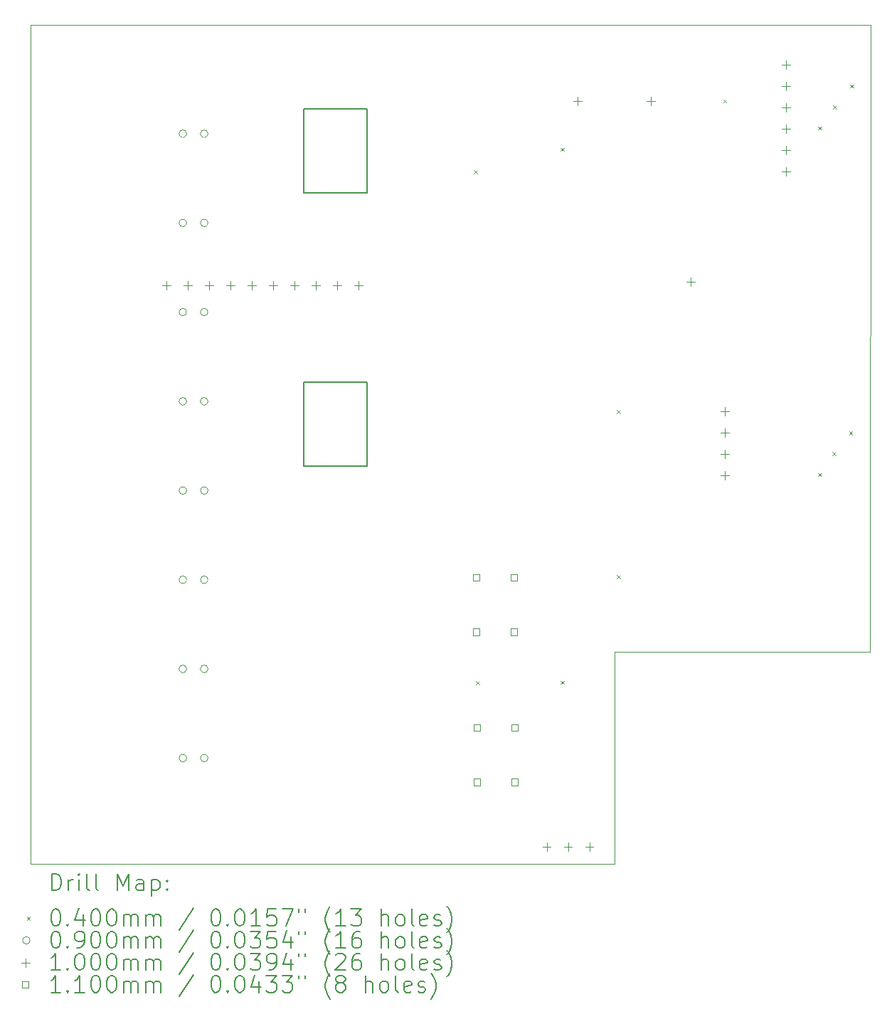
<source format=gbr>
%TF.GenerationSoftware,KiCad,Pcbnew,6.0.11-2627ca5db0~126~ubuntu22.04.1*%
%TF.CreationDate,2023-06-25T15:34:46+01:00*%
%TF.ProjectId,ui_daughterboard,75695f64-6175-4676-9874-6572626f6172,rev?*%
%TF.SameCoordinates,Original*%
%TF.FileFunction,Drillmap*%
%TF.FilePolarity,Positive*%
%FSLAX45Y45*%
G04 Gerber Fmt 4.5, Leading zero omitted, Abs format (unit mm)*
G04 Created by KiCad (PCBNEW 6.0.11-2627ca5db0~126~ubuntu22.04.1) date 2023-06-25 15:34:46*
%MOMM*%
%LPD*%
G01*
G04 APERTURE LIST*
%ADD10C,0.150000*%
%ADD11C,0.100000*%
%ADD12C,0.200000*%
%ADD13C,0.040000*%
%ADD14C,0.090000*%
%ADD15C,0.110000*%
G04 APERTURE END LIST*
D10*
X7795000Y-11274000D02*
X8545000Y-11274000D01*
X8545000Y-11274000D02*
X8545000Y-12274000D01*
X8545000Y-12274000D02*
X7795000Y-12274000D01*
X7795000Y-12274000D02*
X7795000Y-11274000D01*
X7795000Y-8024000D02*
X8545000Y-8024000D01*
X8545000Y-8024000D02*
X8545000Y-9024000D01*
X8545000Y-9024000D02*
X7795000Y-9024000D01*
X7795000Y-9024000D02*
X7795000Y-8024000D01*
D11*
X14538000Y-7022000D02*
X14537000Y-14478000D01*
X4541000Y-17006000D02*
X4543000Y-7021000D01*
X14537000Y-14478000D02*
X11496000Y-14478000D01*
X4543000Y-7021000D02*
X14538000Y-7022000D01*
X11497000Y-17006000D02*
X4541000Y-17006000D01*
X11496000Y-14478000D02*
X11497000Y-17006000D01*
D12*
D13*
X9818000Y-8748000D02*
X9858000Y-8788000D01*
X9858000Y-8748000D02*
X9818000Y-8788000D01*
X9841000Y-14828000D02*
X9881000Y-14868000D01*
X9881000Y-14828000D02*
X9841000Y-14868000D01*
X10848000Y-14826000D02*
X10888000Y-14866000D01*
X10888000Y-14826000D02*
X10848000Y-14866000D01*
X10852000Y-8485000D02*
X10892000Y-8525000D01*
X10892000Y-8485000D02*
X10852000Y-8525000D01*
X11519000Y-11607000D02*
X11559000Y-11647000D01*
X11559000Y-11607000D02*
X11519000Y-11647000D01*
X11519000Y-13570000D02*
X11559000Y-13610000D01*
X11559000Y-13570000D02*
X11519000Y-13610000D01*
X12785000Y-7909000D02*
X12825000Y-7949000D01*
X12825000Y-7909000D02*
X12785000Y-7949000D01*
X13917000Y-8230000D02*
X13957000Y-8270000D01*
X13957000Y-8230000D02*
X13917000Y-8270000D01*
X13918000Y-12354000D02*
X13958000Y-12394000D01*
X13958000Y-12354000D02*
X13918000Y-12394000D01*
X14086000Y-12101000D02*
X14126000Y-12141000D01*
X14126000Y-12101000D02*
X14086000Y-12141000D01*
X14091000Y-7983000D02*
X14131000Y-8023000D01*
X14131000Y-7983000D02*
X14091000Y-8023000D01*
X14285000Y-11856000D02*
X14325000Y-11896000D01*
X14325000Y-11856000D02*
X14285000Y-11896000D01*
X14297000Y-7730000D02*
X14337000Y-7770000D01*
X14337000Y-7730000D02*
X14297000Y-7770000D01*
D14*
X6399500Y-8317000D02*
G75*
G03*
X6399500Y-8317000I-45000J0D01*
G01*
X6399500Y-9378286D02*
G75*
G03*
X6399500Y-9378286I-45000J0D01*
G01*
X6399500Y-10439571D02*
G75*
G03*
X6399500Y-10439571I-45000J0D01*
G01*
X6399500Y-11500857D02*
G75*
G03*
X6399500Y-11500857I-45000J0D01*
G01*
X6399500Y-12562143D02*
G75*
G03*
X6399500Y-12562143I-45000J0D01*
G01*
X6399500Y-13623428D02*
G75*
G03*
X6399500Y-13623428I-45000J0D01*
G01*
X6399500Y-14684714D02*
G75*
G03*
X6399500Y-14684714I-45000J0D01*
G01*
X6399500Y-15746000D02*
G75*
G03*
X6399500Y-15746000I-45000J0D01*
G01*
X6653500Y-8317000D02*
G75*
G03*
X6653500Y-8317000I-45000J0D01*
G01*
X6653500Y-9378286D02*
G75*
G03*
X6653500Y-9378286I-45000J0D01*
G01*
X6653500Y-10439571D02*
G75*
G03*
X6653500Y-10439571I-45000J0D01*
G01*
X6653500Y-11500857D02*
G75*
G03*
X6653500Y-11500857I-45000J0D01*
G01*
X6653500Y-12562143D02*
G75*
G03*
X6653500Y-12562143I-45000J0D01*
G01*
X6653500Y-13623428D02*
G75*
G03*
X6653500Y-13623428I-45000J0D01*
G01*
X6653500Y-14684714D02*
G75*
G03*
X6653500Y-14684714I-45000J0D01*
G01*
X6653500Y-15746000D02*
G75*
G03*
X6653500Y-15746000I-45000J0D01*
G01*
D11*
X6161500Y-10074000D02*
X6161500Y-10174000D01*
X6111500Y-10124000D02*
X6211500Y-10124000D01*
X6415500Y-10074000D02*
X6415500Y-10174000D01*
X6365500Y-10124000D02*
X6465500Y-10124000D01*
X6669500Y-10074000D02*
X6669500Y-10174000D01*
X6619500Y-10124000D02*
X6719500Y-10124000D01*
X6923500Y-10074000D02*
X6923500Y-10174000D01*
X6873500Y-10124000D02*
X6973500Y-10124000D01*
X7177500Y-10074000D02*
X7177500Y-10174000D01*
X7127500Y-10124000D02*
X7227500Y-10124000D01*
X7431500Y-10074000D02*
X7431500Y-10174000D01*
X7381500Y-10124000D02*
X7481500Y-10124000D01*
X7685500Y-10074000D02*
X7685500Y-10174000D01*
X7635500Y-10124000D02*
X7735500Y-10124000D01*
X7939500Y-10074000D02*
X7939500Y-10174000D01*
X7889500Y-10124000D02*
X7989500Y-10124000D01*
X8193500Y-10074000D02*
X8193500Y-10174000D01*
X8143500Y-10124000D02*
X8243500Y-10124000D01*
X8447500Y-10074000D02*
X8447500Y-10174000D01*
X8397500Y-10124000D02*
X8497500Y-10124000D01*
X10685000Y-16754000D02*
X10685000Y-16854000D01*
X10635000Y-16804000D02*
X10735000Y-16804000D01*
X10939000Y-16754000D02*
X10939000Y-16854000D01*
X10889000Y-16804000D02*
X10989000Y-16804000D01*
X11051000Y-7881000D02*
X11051000Y-7981000D01*
X11001000Y-7931000D02*
X11101000Y-7931000D01*
X11193000Y-16754000D02*
X11193000Y-16854000D01*
X11143000Y-16804000D02*
X11243000Y-16804000D01*
X11924000Y-7881000D02*
X11924000Y-7981000D01*
X11874000Y-7931000D02*
X11974000Y-7931000D01*
X12400000Y-10030000D02*
X12400000Y-10130000D01*
X12350000Y-10080000D02*
X12450000Y-10080000D01*
X12805000Y-11573000D02*
X12805000Y-11673000D01*
X12755000Y-11623000D02*
X12855000Y-11623000D01*
X12805000Y-11827000D02*
X12805000Y-11927000D01*
X12755000Y-11877000D02*
X12855000Y-11877000D01*
X12805000Y-12081000D02*
X12805000Y-12181000D01*
X12755000Y-12131000D02*
X12855000Y-12131000D01*
X12805000Y-12335000D02*
X12805000Y-12435000D01*
X12755000Y-12385000D02*
X12855000Y-12385000D01*
X13535000Y-7444000D02*
X13535000Y-7544000D01*
X13485000Y-7494000D02*
X13585000Y-7494000D01*
X13535000Y-7698000D02*
X13535000Y-7798000D01*
X13485000Y-7748000D02*
X13585000Y-7748000D01*
X13535000Y-7952000D02*
X13535000Y-8052000D01*
X13485000Y-8002000D02*
X13585000Y-8002000D01*
X13535000Y-8206000D02*
X13535000Y-8306000D01*
X13485000Y-8256000D02*
X13585000Y-8256000D01*
X13535000Y-8460000D02*
X13535000Y-8560000D01*
X13485000Y-8510000D02*
X13585000Y-8510000D01*
X13535000Y-8714000D02*
X13535000Y-8814000D01*
X13485000Y-8764000D02*
X13585000Y-8764000D01*
D15*
X9883891Y-13632891D02*
X9883891Y-13555109D01*
X9806109Y-13555109D01*
X9806109Y-13632891D01*
X9883891Y-13632891D01*
X9883891Y-14282891D02*
X9883891Y-14205109D01*
X9806109Y-14205109D01*
X9806109Y-14282891D01*
X9883891Y-14282891D01*
X9893891Y-15419891D02*
X9893891Y-15342109D01*
X9816109Y-15342109D01*
X9816109Y-15419891D01*
X9893891Y-15419891D01*
X9893891Y-16069891D02*
X9893891Y-15992109D01*
X9816109Y-15992109D01*
X9816109Y-16069891D01*
X9893891Y-16069891D01*
X10333891Y-13632891D02*
X10333891Y-13555109D01*
X10256109Y-13555109D01*
X10256109Y-13632891D01*
X10333891Y-13632891D01*
X10333891Y-14282891D02*
X10333891Y-14205109D01*
X10256109Y-14205109D01*
X10256109Y-14282891D01*
X10333891Y-14282891D01*
X10343891Y-15419891D02*
X10343891Y-15342109D01*
X10266109Y-15342109D01*
X10266109Y-15419891D01*
X10343891Y-15419891D01*
X10343891Y-16069891D02*
X10343891Y-15992109D01*
X10266109Y-15992109D01*
X10266109Y-16069891D01*
X10343891Y-16069891D01*
D12*
X4793619Y-17321476D02*
X4793619Y-17121476D01*
X4841238Y-17121476D01*
X4869810Y-17131000D01*
X4888857Y-17150048D01*
X4898381Y-17169095D01*
X4907905Y-17207190D01*
X4907905Y-17235762D01*
X4898381Y-17273857D01*
X4888857Y-17292905D01*
X4869810Y-17311952D01*
X4841238Y-17321476D01*
X4793619Y-17321476D01*
X4993619Y-17321476D02*
X4993619Y-17188143D01*
X4993619Y-17226238D02*
X5003143Y-17207190D01*
X5012667Y-17197667D01*
X5031714Y-17188143D01*
X5050762Y-17188143D01*
X5117429Y-17321476D02*
X5117429Y-17188143D01*
X5117429Y-17121476D02*
X5107905Y-17131000D01*
X5117429Y-17140524D01*
X5126952Y-17131000D01*
X5117429Y-17121476D01*
X5117429Y-17140524D01*
X5241238Y-17321476D02*
X5222190Y-17311952D01*
X5212667Y-17292905D01*
X5212667Y-17121476D01*
X5346000Y-17321476D02*
X5326952Y-17311952D01*
X5317429Y-17292905D01*
X5317429Y-17121476D01*
X5574571Y-17321476D02*
X5574571Y-17121476D01*
X5641238Y-17264333D01*
X5707905Y-17121476D01*
X5707905Y-17321476D01*
X5888857Y-17321476D02*
X5888857Y-17216714D01*
X5879333Y-17197667D01*
X5860286Y-17188143D01*
X5822190Y-17188143D01*
X5803143Y-17197667D01*
X5888857Y-17311952D02*
X5869809Y-17321476D01*
X5822190Y-17321476D01*
X5803143Y-17311952D01*
X5793619Y-17292905D01*
X5793619Y-17273857D01*
X5803143Y-17254810D01*
X5822190Y-17245286D01*
X5869809Y-17245286D01*
X5888857Y-17235762D01*
X5984095Y-17188143D02*
X5984095Y-17388143D01*
X5984095Y-17197667D02*
X6003143Y-17188143D01*
X6041238Y-17188143D01*
X6060286Y-17197667D01*
X6069809Y-17207190D01*
X6079333Y-17226238D01*
X6079333Y-17283381D01*
X6069809Y-17302429D01*
X6060286Y-17311952D01*
X6041238Y-17321476D01*
X6003143Y-17321476D01*
X5984095Y-17311952D01*
X6165048Y-17302429D02*
X6174571Y-17311952D01*
X6165048Y-17321476D01*
X6155524Y-17311952D01*
X6165048Y-17302429D01*
X6165048Y-17321476D01*
X6165048Y-17197667D02*
X6174571Y-17207190D01*
X6165048Y-17216714D01*
X6155524Y-17207190D01*
X6165048Y-17197667D01*
X6165048Y-17216714D01*
D13*
X4496000Y-17631000D02*
X4536000Y-17671000D01*
X4536000Y-17631000D02*
X4496000Y-17671000D01*
D12*
X4831714Y-17541476D02*
X4850762Y-17541476D01*
X4869810Y-17551000D01*
X4879333Y-17560524D01*
X4888857Y-17579571D01*
X4898381Y-17617667D01*
X4898381Y-17665286D01*
X4888857Y-17703381D01*
X4879333Y-17722429D01*
X4869810Y-17731952D01*
X4850762Y-17741476D01*
X4831714Y-17741476D01*
X4812667Y-17731952D01*
X4803143Y-17722429D01*
X4793619Y-17703381D01*
X4784095Y-17665286D01*
X4784095Y-17617667D01*
X4793619Y-17579571D01*
X4803143Y-17560524D01*
X4812667Y-17551000D01*
X4831714Y-17541476D01*
X4984095Y-17722429D02*
X4993619Y-17731952D01*
X4984095Y-17741476D01*
X4974571Y-17731952D01*
X4984095Y-17722429D01*
X4984095Y-17741476D01*
X5165048Y-17608143D02*
X5165048Y-17741476D01*
X5117429Y-17531952D02*
X5069810Y-17674810D01*
X5193619Y-17674810D01*
X5307905Y-17541476D02*
X5326952Y-17541476D01*
X5346000Y-17551000D01*
X5355524Y-17560524D01*
X5365048Y-17579571D01*
X5374571Y-17617667D01*
X5374571Y-17665286D01*
X5365048Y-17703381D01*
X5355524Y-17722429D01*
X5346000Y-17731952D01*
X5326952Y-17741476D01*
X5307905Y-17741476D01*
X5288857Y-17731952D01*
X5279333Y-17722429D01*
X5269810Y-17703381D01*
X5260286Y-17665286D01*
X5260286Y-17617667D01*
X5269810Y-17579571D01*
X5279333Y-17560524D01*
X5288857Y-17551000D01*
X5307905Y-17541476D01*
X5498381Y-17541476D02*
X5517429Y-17541476D01*
X5536476Y-17551000D01*
X5546000Y-17560524D01*
X5555524Y-17579571D01*
X5565048Y-17617667D01*
X5565048Y-17665286D01*
X5555524Y-17703381D01*
X5546000Y-17722429D01*
X5536476Y-17731952D01*
X5517429Y-17741476D01*
X5498381Y-17741476D01*
X5479333Y-17731952D01*
X5469810Y-17722429D01*
X5460286Y-17703381D01*
X5450762Y-17665286D01*
X5450762Y-17617667D01*
X5460286Y-17579571D01*
X5469810Y-17560524D01*
X5479333Y-17551000D01*
X5498381Y-17541476D01*
X5650762Y-17741476D02*
X5650762Y-17608143D01*
X5650762Y-17627190D02*
X5660286Y-17617667D01*
X5679333Y-17608143D01*
X5707905Y-17608143D01*
X5726952Y-17617667D01*
X5736476Y-17636714D01*
X5736476Y-17741476D01*
X5736476Y-17636714D02*
X5746000Y-17617667D01*
X5765048Y-17608143D01*
X5793619Y-17608143D01*
X5812667Y-17617667D01*
X5822190Y-17636714D01*
X5822190Y-17741476D01*
X5917428Y-17741476D02*
X5917428Y-17608143D01*
X5917428Y-17627190D02*
X5926952Y-17617667D01*
X5946000Y-17608143D01*
X5974571Y-17608143D01*
X5993619Y-17617667D01*
X6003143Y-17636714D01*
X6003143Y-17741476D01*
X6003143Y-17636714D02*
X6012667Y-17617667D01*
X6031714Y-17608143D01*
X6060286Y-17608143D01*
X6079333Y-17617667D01*
X6088857Y-17636714D01*
X6088857Y-17741476D01*
X6479333Y-17531952D02*
X6307905Y-17789095D01*
X6736476Y-17541476D02*
X6755524Y-17541476D01*
X6774571Y-17551000D01*
X6784095Y-17560524D01*
X6793619Y-17579571D01*
X6803143Y-17617667D01*
X6803143Y-17665286D01*
X6793619Y-17703381D01*
X6784095Y-17722429D01*
X6774571Y-17731952D01*
X6755524Y-17741476D01*
X6736476Y-17741476D01*
X6717428Y-17731952D01*
X6707905Y-17722429D01*
X6698381Y-17703381D01*
X6688857Y-17665286D01*
X6688857Y-17617667D01*
X6698381Y-17579571D01*
X6707905Y-17560524D01*
X6717428Y-17551000D01*
X6736476Y-17541476D01*
X6888857Y-17722429D02*
X6898381Y-17731952D01*
X6888857Y-17741476D01*
X6879333Y-17731952D01*
X6888857Y-17722429D01*
X6888857Y-17741476D01*
X7022190Y-17541476D02*
X7041238Y-17541476D01*
X7060286Y-17551000D01*
X7069809Y-17560524D01*
X7079333Y-17579571D01*
X7088857Y-17617667D01*
X7088857Y-17665286D01*
X7079333Y-17703381D01*
X7069809Y-17722429D01*
X7060286Y-17731952D01*
X7041238Y-17741476D01*
X7022190Y-17741476D01*
X7003143Y-17731952D01*
X6993619Y-17722429D01*
X6984095Y-17703381D01*
X6974571Y-17665286D01*
X6974571Y-17617667D01*
X6984095Y-17579571D01*
X6993619Y-17560524D01*
X7003143Y-17551000D01*
X7022190Y-17541476D01*
X7279333Y-17741476D02*
X7165048Y-17741476D01*
X7222190Y-17741476D02*
X7222190Y-17541476D01*
X7203143Y-17570048D01*
X7184095Y-17589095D01*
X7165048Y-17598619D01*
X7460286Y-17541476D02*
X7365048Y-17541476D01*
X7355524Y-17636714D01*
X7365048Y-17627190D01*
X7384095Y-17617667D01*
X7431714Y-17617667D01*
X7450762Y-17627190D01*
X7460286Y-17636714D01*
X7469809Y-17655762D01*
X7469809Y-17703381D01*
X7460286Y-17722429D01*
X7450762Y-17731952D01*
X7431714Y-17741476D01*
X7384095Y-17741476D01*
X7365048Y-17731952D01*
X7355524Y-17722429D01*
X7536476Y-17541476D02*
X7669809Y-17541476D01*
X7584095Y-17741476D01*
X7736476Y-17541476D02*
X7736476Y-17579571D01*
X7812667Y-17541476D02*
X7812667Y-17579571D01*
X8107905Y-17817667D02*
X8098381Y-17808143D01*
X8079333Y-17779571D01*
X8069809Y-17760524D01*
X8060286Y-17731952D01*
X8050762Y-17684333D01*
X8050762Y-17646238D01*
X8060286Y-17598619D01*
X8069809Y-17570048D01*
X8079333Y-17551000D01*
X8098381Y-17522429D01*
X8107905Y-17512905D01*
X8288857Y-17741476D02*
X8174571Y-17741476D01*
X8231714Y-17741476D02*
X8231714Y-17541476D01*
X8212667Y-17570048D01*
X8193619Y-17589095D01*
X8174571Y-17598619D01*
X8355524Y-17541476D02*
X8479333Y-17541476D01*
X8412667Y-17617667D01*
X8441238Y-17617667D01*
X8460286Y-17627190D01*
X8469810Y-17636714D01*
X8479333Y-17655762D01*
X8479333Y-17703381D01*
X8469810Y-17722429D01*
X8460286Y-17731952D01*
X8441238Y-17741476D01*
X8384095Y-17741476D01*
X8365048Y-17731952D01*
X8355524Y-17722429D01*
X8717429Y-17741476D02*
X8717429Y-17541476D01*
X8803143Y-17741476D02*
X8803143Y-17636714D01*
X8793619Y-17617667D01*
X8774571Y-17608143D01*
X8746000Y-17608143D01*
X8726952Y-17617667D01*
X8717429Y-17627190D01*
X8926952Y-17741476D02*
X8907905Y-17731952D01*
X8898381Y-17722429D01*
X8888857Y-17703381D01*
X8888857Y-17646238D01*
X8898381Y-17627190D01*
X8907905Y-17617667D01*
X8926952Y-17608143D01*
X8955524Y-17608143D01*
X8974571Y-17617667D01*
X8984095Y-17627190D01*
X8993619Y-17646238D01*
X8993619Y-17703381D01*
X8984095Y-17722429D01*
X8974571Y-17731952D01*
X8955524Y-17741476D01*
X8926952Y-17741476D01*
X9107905Y-17741476D02*
X9088857Y-17731952D01*
X9079333Y-17712905D01*
X9079333Y-17541476D01*
X9260286Y-17731952D02*
X9241238Y-17741476D01*
X9203143Y-17741476D01*
X9184095Y-17731952D01*
X9174571Y-17712905D01*
X9174571Y-17636714D01*
X9184095Y-17617667D01*
X9203143Y-17608143D01*
X9241238Y-17608143D01*
X9260286Y-17617667D01*
X9269810Y-17636714D01*
X9269810Y-17655762D01*
X9174571Y-17674810D01*
X9346000Y-17731952D02*
X9365048Y-17741476D01*
X9403143Y-17741476D01*
X9422190Y-17731952D01*
X9431714Y-17712905D01*
X9431714Y-17703381D01*
X9422190Y-17684333D01*
X9403143Y-17674810D01*
X9374571Y-17674810D01*
X9355524Y-17665286D01*
X9346000Y-17646238D01*
X9346000Y-17636714D01*
X9355524Y-17617667D01*
X9374571Y-17608143D01*
X9403143Y-17608143D01*
X9422190Y-17617667D01*
X9498381Y-17817667D02*
X9507905Y-17808143D01*
X9526952Y-17779571D01*
X9536476Y-17760524D01*
X9546000Y-17731952D01*
X9555524Y-17684333D01*
X9555524Y-17646238D01*
X9546000Y-17598619D01*
X9536476Y-17570048D01*
X9526952Y-17551000D01*
X9507905Y-17522429D01*
X9498381Y-17512905D01*
D14*
X4536000Y-17915000D02*
G75*
G03*
X4536000Y-17915000I-45000J0D01*
G01*
D12*
X4831714Y-17805476D02*
X4850762Y-17805476D01*
X4869810Y-17815000D01*
X4879333Y-17824524D01*
X4888857Y-17843571D01*
X4898381Y-17881667D01*
X4898381Y-17929286D01*
X4888857Y-17967381D01*
X4879333Y-17986429D01*
X4869810Y-17995952D01*
X4850762Y-18005476D01*
X4831714Y-18005476D01*
X4812667Y-17995952D01*
X4803143Y-17986429D01*
X4793619Y-17967381D01*
X4784095Y-17929286D01*
X4784095Y-17881667D01*
X4793619Y-17843571D01*
X4803143Y-17824524D01*
X4812667Y-17815000D01*
X4831714Y-17805476D01*
X4984095Y-17986429D02*
X4993619Y-17995952D01*
X4984095Y-18005476D01*
X4974571Y-17995952D01*
X4984095Y-17986429D01*
X4984095Y-18005476D01*
X5088857Y-18005476D02*
X5126952Y-18005476D01*
X5146000Y-17995952D01*
X5155524Y-17986429D01*
X5174571Y-17957857D01*
X5184095Y-17919762D01*
X5184095Y-17843571D01*
X5174571Y-17824524D01*
X5165048Y-17815000D01*
X5146000Y-17805476D01*
X5107905Y-17805476D01*
X5088857Y-17815000D01*
X5079333Y-17824524D01*
X5069810Y-17843571D01*
X5069810Y-17891190D01*
X5079333Y-17910238D01*
X5088857Y-17919762D01*
X5107905Y-17929286D01*
X5146000Y-17929286D01*
X5165048Y-17919762D01*
X5174571Y-17910238D01*
X5184095Y-17891190D01*
X5307905Y-17805476D02*
X5326952Y-17805476D01*
X5346000Y-17815000D01*
X5355524Y-17824524D01*
X5365048Y-17843571D01*
X5374571Y-17881667D01*
X5374571Y-17929286D01*
X5365048Y-17967381D01*
X5355524Y-17986429D01*
X5346000Y-17995952D01*
X5326952Y-18005476D01*
X5307905Y-18005476D01*
X5288857Y-17995952D01*
X5279333Y-17986429D01*
X5269810Y-17967381D01*
X5260286Y-17929286D01*
X5260286Y-17881667D01*
X5269810Y-17843571D01*
X5279333Y-17824524D01*
X5288857Y-17815000D01*
X5307905Y-17805476D01*
X5498381Y-17805476D02*
X5517429Y-17805476D01*
X5536476Y-17815000D01*
X5546000Y-17824524D01*
X5555524Y-17843571D01*
X5565048Y-17881667D01*
X5565048Y-17929286D01*
X5555524Y-17967381D01*
X5546000Y-17986429D01*
X5536476Y-17995952D01*
X5517429Y-18005476D01*
X5498381Y-18005476D01*
X5479333Y-17995952D01*
X5469810Y-17986429D01*
X5460286Y-17967381D01*
X5450762Y-17929286D01*
X5450762Y-17881667D01*
X5460286Y-17843571D01*
X5469810Y-17824524D01*
X5479333Y-17815000D01*
X5498381Y-17805476D01*
X5650762Y-18005476D02*
X5650762Y-17872143D01*
X5650762Y-17891190D02*
X5660286Y-17881667D01*
X5679333Y-17872143D01*
X5707905Y-17872143D01*
X5726952Y-17881667D01*
X5736476Y-17900714D01*
X5736476Y-18005476D01*
X5736476Y-17900714D02*
X5746000Y-17881667D01*
X5765048Y-17872143D01*
X5793619Y-17872143D01*
X5812667Y-17881667D01*
X5822190Y-17900714D01*
X5822190Y-18005476D01*
X5917428Y-18005476D02*
X5917428Y-17872143D01*
X5917428Y-17891190D02*
X5926952Y-17881667D01*
X5946000Y-17872143D01*
X5974571Y-17872143D01*
X5993619Y-17881667D01*
X6003143Y-17900714D01*
X6003143Y-18005476D01*
X6003143Y-17900714D02*
X6012667Y-17881667D01*
X6031714Y-17872143D01*
X6060286Y-17872143D01*
X6079333Y-17881667D01*
X6088857Y-17900714D01*
X6088857Y-18005476D01*
X6479333Y-17795952D02*
X6307905Y-18053095D01*
X6736476Y-17805476D02*
X6755524Y-17805476D01*
X6774571Y-17815000D01*
X6784095Y-17824524D01*
X6793619Y-17843571D01*
X6803143Y-17881667D01*
X6803143Y-17929286D01*
X6793619Y-17967381D01*
X6784095Y-17986429D01*
X6774571Y-17995952D01*
X6755524Y-18005476D01*
X6736476Y-18005476D01*
X6717428Y-17995952D01*
X6707905Y-17986429D01*
X6698381Y-17967381D01*
X6688857Y-17929286D01*
X6688857Y-17881667D01*
X6698381Y-17843571D01*
X6707905Y-17824524D01*
X6717428Y-17815000D01*
X6736476Y-17805476D01*
X6888857Y-17986429D02*
X6898381Y-17995952D01*
X6888857Y-18005476D01*
X6879333Y-17995952D01*
X6888857Y-17986429D01*
X6888857Y-18005476D01*
X7022190Y-17805476D02*
X7041238Y-17805476D01*
X7060286Y-17815000D01*
X7069809Y-17824524D01*
X7079333Y-17843571D01*
X7088857Y-17881667D01*
X7088857Y-17929286D01*
X7079333Y-17967381D01*
X7069809Y-17986429D01*
X7060286Y-17995952D01*
X7041238Y-18005476D01*
X7022190Y-18005476D01*
X7003143Y-17995952D01*
X6993619Y-17986429D01*
X6984095Y-17967381D01*
X6974571Y-17929286D01*
X6974571Y-17881667D01*
X6984095Y-17843571D01*
X6993619Y-17824524D01*
X7003143Y-17815000D01*
X7022190Y-17805476D01*
X7155524Y-17805476D02*
X7279333Y-17805476D01*
X7212667Y-17881667D01*
X7241238Y-17881667D01*
X7260286Y-17891190D01*
X7269809Y-17900714D01*
X7279333Y-17919762D01*
X7279333Y-17967381D01*
X7269809Y-17986429D01*
X7260286Y-17995952D01*
X7241238Y-18005476D01*
X7184095Y-18005476D01*
X7165048Y-17995952D01*
X7155524Y-17986429D01*
X7460286Y-17805476D02*
X7365048Y-17805476D01*
X7355524Y-17900714D01*
X7365048Y-17891190D01*
X7384095Y-17881667D01*
X7431714Y-17881667D01*
X7450762Y-17891190D01*
X7460286Y-17900714D01*
X7469809Y-17919762D01*
X7469809Y-17967381D01*
X7460286Y-17986429D01*
X7450762Y-17995952D01*
X7431714Y-18005476D01*
X7384095Y-18005476D01*
X7365048Y-17995952D01*
X7355524Y-17986429D01*
X7641238Y-17872143D02*
X7641238Y-18005476D01*
X7593619Y-17795952D02*
X7546000Y-17938810D01*
X7669809Y-17938810D01*
X7736476Y-17805476D02*
X7736476Y-17843571D01*
X7812667Y-17805476D02*
X7812667Y-17843571D01*
X8107905Y-18081667D02*
X8098381Y-18072143D01*
X8079333Y-18043571D01*
X8069809Y-18024524D01*
X8060286Y-17995952D01*
X8050762Y-17948333D01*
X8050762Y-17910238D01*
X8060286Y-17862619D01*
X8069809Y-17834048D01*
X8079333Y-17815000D01*
X8098381Y-17786429D01*
X8107905Y-17776905D01*
X8288857Y-18005476D02*
X8174571Y-18005476D01*
X8231714Y-18005476D02*
X8231714Y-17805476D01*
X8212667Y-17834048D01*
X8193619Y-17853095D01*
X8174571Y-17862619D01*
X8460286Y-17805476D02*
X8422190Y-17805476D01*
X8403143Y-17815000D01*
X8393619Y-17824524D01*
X8374571Y-17853095D01*
X8365048Y-17891190D01*
X8365048Y-17967381D01*
X8374571Y-17986429D01*
X8384095Y-17995952D01*
X8403143Y-18005476D01*
X8441238Y-18005476D01*
X8460286Y-17995952D01*
X8469810Y-17986429D01*
X8479333Y-17967381D01*
X8479333Y-17919762D01*
X8469810Y-17900714D01*
X8460286Y-17891190D01*
X8441238Y-17881667D01*
X8403143Y-17881667D01*
X8384095Y-17891190D01*
X8374571Y-17900714D01*
X8365048Y-17919762D01*
X8717429Y-18005476D02*
X8717429Y-17805476D01*
X8803143Y-18005476D02*
X8803143Y-17900714D01*
X8793619Y-17881667D01*
X8774571Y-17872143D01*
X8746000Y-17872143D01*
X8726952Y-17881667D01*
X8717429Y-17891190D01*
X8926952Y-18005476D02*
X8907905Y-17995952D01*
X8898381Y-17986429D01*
X8888857Y-17967381D01*
X8888857Y-17910238D01*
X8898381Y-17891190D01*
X8907905Y-17881667D01*
X8926952Y-17872143D01*
X8955524Y-17872143D01*
X8974571Y-17881667D01*
X8984095Y-17891190D01*
X8993619Y-17910238D01*
X8993619Y-17967381D01*
X8984095Y-17986429D01*
X8974571Y-17995952D01*
X8955524Y-18005476D01*
X8926952Y-18005476D01*
X9107905Y-18005476D02*
X9088857Y-17995952D01*
X9079333Y-17976905D01*
X9079333Y-17805476D01*
X9260286Y-17995952D02*
X9241238Y-18005476D01*
X9203143Y-18005476D01*
X9184095Y-17995952D01*
X9174571Y-17976905D01*
X9174571Y-17900714D01*
X9184095Y-17881667D01*
X9203143Y-17872143D01*
X9241238Y-17872143D01*
X9260286Y-17881667D01*
X9269810Y-17900714D01*
X9269810Y-17919762D01*
X9174571Y-17938810D01*
X9346000Y-17995952D02*
X9365048Y-18005476D01*
X9403143Y-18005476D01*
X9422190Y-17995952D01*
X9431714Y-17976905D01*
X9431714Y-17967381D01*
X9422190Y-17948333D01*
X9403143Y-17938810D01*
X9374571Y-17938810D01*
X9355524Y-17929286D01*
X9346000Y-17910238D01*
X9346000Y-17900714D01*
X9355524Y-17881667D01*
X9374571Y-17872143D01*
X9403143Y-17872143D01*
X9422190Y-17881667D01*
X9498381Y-18081667D02*
X9507905Y-18072143D01*
X9526952Y-18043571D01*
X9536476Y-18024524D01*
X9546000Y-17995952D01*
X9555524Y-17948333D01*
X9555524Y-17910238D01*
X9546000Y-17862619D01*
X9536476Y-17834048D01*
X9526952Y-17815000D01*
X9507905Y-17786429D01*
X9498381Y-17776905D01*
D11*
X4486000Y-18129000D02*
X4486000Y-18229000D01*
X4436000Y-18179000D02*
X4536000Y-18179000D01*
D12*
X4898381Y-18269476D02*
X4784095Y-18269476D01*
X4841238Y-18269476D02*
X4841238Y-18069476D01*
X4822190Y-18098048D01*
X4803143Y-18117095D01*
X4784095Y-18126619D01*
X4984095Y-18250429D02*
X4993619Y-18259952D01*
X4984095Y-18269476D01*
X4974571Y-18259952D01*
X4984095Y-18250429D01*
X4984095Y-18269476D01*
X5117429Y-18069476D02*
X5136476Y-18069476D01*
X5155524Y-18079000D01*
X5165048Y-18088524D01*
X5174571Y-18107571D01*
X5184095Y-18145667D01*
X5184095Y-18193286D01*
X5174571Y-18231381D01*
X5165048Y-18250429D01*
X5155524Y-18259952D01*
X5136476Y-18269476D01*
X5117429Y-18269476D01*
X5098381Y-18259952D01*
X5088857Y-18250429D01*
X5079333Y-18231381D01*
X5069810Y-18193286D01*
X5069810Y-18145667D01*
X5079333Y-18107571D01*
X5088857Y-18088524D01*
X5098381Y-18079000D01*
X5117429Y-18069476D01*
X5307905Y-18069476D02*
X5326952Y-18069476D01*
X5346000Y-18079000D01*
X5355524Y-18088524D01*
X5365048Y-18107571D01*
X5374571Y-18145667D01*
X5374571Y-18193286D01*
X5365048Y-18231381D01*
X5355524Y-18250429D01*
X5346000Y-18259952D01*
X5326952Y-18269476D01*
X5307905Y-18269476D01*
X5288857Y-18259952D01*
X5279333Y-18250429D01*
X5269810Y-18231381D01*
X5260286Y-18193286D01*
X5260286Y-18145667D01*
X5269810Y-18107571D01*
X5279333Y-18088524D01*
X5288857Y-18079000D01*
X5307905Y-18069476D01*
X5498381Y-18069476D02*
X5517429Y-18069476D01*
X5536476Y-18079000D01*
X5546000Y-18088524D01*
X5555524Y-18107571D01*
X5565048Y-18145667D01*
X5565048Y-18193286D01*
X5555524Y-18231381D01*
X5546000Y-18250429D01*
X5536476Y-18259952D01*
X5517429Y-18269476D01*
X5498381Y-18269476D01*
X5479333Y-18259952D01*
X5469810Y-18250429D01*
X5460286Y-18231381D01*
X5450762Y-18193286D01*
X5450762Y-18145667D01*
X5460286Y-18107571D01*
X5469810Y-18088524D01*
X5479333Y-18079000D01*
X5498381Y-18069476D01*
X5650762Y-18269476D02*
X5650762Y-18136143D01*
X5650762Y-18155190D02*
X5660286Y-18145667D01*
X5679333Y-18136143D01*
X5707905Y-18136143D01*
X5726952Y-18145667D01*
X5736476Y-18164714D01*
X5736476Y-18269476D01*
X5736476Y-18164714D02*
X5746000Y-18145667D01*
X5765048Y-18136143D01*
X5793619Y-18136143D01*
X5812667Y-18145667D01*
X5822190Y-18164714D01*
X5822190Y-18269476D01*
X5917428Y-18269476D02*
X5917428Y-18136143D01*
X5917428Y-18155190D02*
X5926952Y-18145667D01*
X5946000Y-18136143D01*
X5974571Y-18136143D01*
X5993619Y-18145667D01*
X6003143Y-18164714D01*
X6003143Y-18269476D01*
X6003143Y-18164714D02*
X6012667Y-18145667D01*
X6031714Y-18136143D01*
X6060286Y-18136143D01*
X6079333Y-18145667D01*
X6088857Y-18164714D01*
X6088857Y-18269476D01*
X6479333Y-18059952D02*
X6307905Y-18317095D01*
X6736476Y-18069476D02*
X6755524Y-18069476D01*
X6774571Y-18079000D01*
X6784095Y-18088524D01*
X6793619Y-18107571D01*
X6803143Y-18145667D01*
X6803143Y-18193286D01*
X6793619Y-18231381D01*
X6784095Y-18250429D01*
X6774571Y-18259952D01*
X6755524Y-18269476D01*
X6736476Y-18269476D01*
X6717428Y-18259952D01*
X6707905Y-18250429D01*
X6698381Y-18231381D01*
X6688857Y-18193286D01*
X6688857Y-18145667D01*
X6698381Y-18107571D01*
X6707905Y-18088524D01*
X6717428Y-18079000D01*
X6736476Y-18069476D01*
X6888857Y-18250429D02*
X6898381Y-18259952D01*
X6888857Y-18269476D01*
X6879333Y-18259952D01*
X6888857Y-18250429D01*
X6888857Y-18269476D01*
X7022190Y-18069476D02*
X7041238Y-18069476D01*
X7060286Y-18079000D01*
X7069809Y-18088524D01*
X7079333Y-18107571D01*
X7088857Y-18145667D01*
X7088857Y-18193286D01*
X7079333Y-18231381D01*
X7069809Y-18250429D01*
X7060286Y-18259952D01*
X7041238Y-18269476D01*
X7022190Y-18269476D01*
X7003143Y-18259952D01*
X6993619Y-18250429D01*
X6984095Y-18231381D01*
X6974571Y-18193286D01*
X6974571Y-18145667D01*
X6984095Y-18107571D01*
X6993619Y-18088524D01*
X7003143Y-18079000D01*
X7022190Y-18069476D01*
X7155524Y-18069476D02*
X7279333Y-18069476D01*
X7212667Y-18145667D01*
X7241238Y-18145667D01*
X7260286Y-18155190D01*
X7269809Y-18164714D01*
X7279333Y-18183762D01*
X7279333Y-18231381D01*
X7269809Y-18250429D01*
X7260286Y-18259952D01*
X7241238Y-18269476D01*
X7184095Y-18269476D01*
X7165048Y-18259952D01*
X7155524Y-18250429D01*
X7374571Y-18269476D02*
X7412667Y-18269476D01*
X7431714Y-18259952D01*
X7441238Y-18250429D01*
X7460286Y-18221857D01*
X7469809Y-18183762D01*
X7469809Y-18107571D01*
X7460286Y-18088524D01*
X7450762Y-18079000D01*
X7431714Y-18069476D01*
X7393619Y-18069476D01*
X7374571Y-18079000D01*
X7365048Y-18088524D01*
X7355524Y-18107571D01*
X7355524Y-18155190D01*
X7365048Y-18174238D01*
X7374571Y-18183762D01*
X7393619Y-18193286D01*
X7431714Y-18193286D01*
X7450762Y-18183762D01*
X7460286Y-18174238D01*
X7469809Y-18155190D01*
X7641238Y-18136143D02*
X7641238Y-18269476D01*
X7593619Y-18059952D02*
X7546000Y-18202810D01*
X7669809Y-18202810D01*
X7736476Y-18069476D02*
X7736476Y-18107571D01*
X7812667Y-18069476D02*
X7812667Y-18107571D01*
X8107905Y-18345667D02*
X8098381Y-18336143D01*
X8079333Y-18307571D01*
X8069809Y-18288524D01*
X8060286Y-18259952D01*
X8050762Y-18212333D01*
X8050762Y-18174238D01*
X8060286Y-18126619D01*
X8069809Y-18098048D01*
X8079333Y-18079000D01*
X8098381Y-18050429D01*
X8107905Y-18040905D01*
X8174571Y-18088524D02*
X8184095Y-18079000D01*
X8203143Y-18069476D01*
X8250762Y-18069476D01*
X8269809Y-18079000D01*
X8279333Y-18088524D01*
X8288857Y-18107571D01*
X8288857Y-18126619D01*
X8279333Y-18155190D01*
X8165048Y-18269476D01*
X8288857Y-18269476D01*
X8460286Y-18069476D02*
X8422190Y-18069476D01*
X8403143Y-18079000D01*
X8393619Y-18088524D01*
X8374571Y-18117095D01*
X8365048Y-18155190D01*
X8365048Y-18231381D01*
X8374571Y-18250429D01*
X8384095Y-18259952D01*
X8403143Y-18269476D01*
X8441238Y-18269476D01*
X8460286Y-18259952D01*
X8469810Y-18250429D01*
X8479333Y-18231381D01*
X8479333Y-18183762D01*
X8469810Y-18164714D01*
X8460286Y-18155190D01*
X8441238Y-18145667D01*
X8403143Y-18145667D01*
X8384095Y-18155190D01*
X8374571Y-18164714D01*
X8365048Y-18183762D01*
X8717429Y-18269476D02*
X8717429Y-18069476D01*
X8803143Y-18269476D02*
X8803143Y-18164714D01*
X8793619Y-18145667D01*
X8774571Y-18136143D01*
X8746000Y-18136143D01*
X8726952Y-18145667D01*
X8717429Y-18155190D01*
X8926952Y-18269476D02*
X8907905Y-18259952D01*
X8898381Y-18250429D01*
X8888857Y-18231381D01*
X8888857Y-18174238D01*
X8898381Y-18155190D01*
X8907905Y-18145667D01*
X8926952Y-18136143D01*
X8955524Y-18136143D01*
X8974571Y-18145667D01*
X8984095Y-18155190D01*
X8993619Y-18174238D01*
X8993619Y-18231381D01*
X8984095Y-18250429D01*
X8974571Y-18259952D01*
X8955524Y-18269476D01*
X8926952Y-18269476D01*
X9107905Y-18269476D02*
X9088857Y-18259952D01*
X9079333Y-18240905D01*
X9079333Y-18069476D01*
X9260286Y-18259952D02*
X9241238Y-18269476D01*
X9203143Y-18269476D01*
X9184095Y-18259952D01*
X9174571Y-18240905D01*
X9174571Y-18164714D01*
X9184095Y-18145667D01*
X9203143Y-18136143D01*
X9241238Y-18136143D01*
X9260286Y-18145667D01*
X9269810Y-18164714D01*
X9269810Y-18183762D01*
X9174571Y-18202810D01*
X9346000Y-18259952D02*
X9365048Y-18269476D01*
X9403143Y-18269476D01*
X9422190Y-18259952D01*
X9431714Y-18240905D01*
X9431714Y-18231381D01*
X9422190Y-18212333D01*
X9403143Y-18202810D01*
X9374571Y-18202810D01*
X9355524Y-18193286D01*
X9346000Y-18174238D01*
X9346000Y-18164714D01*
X9355524Y-18145667D01*
X9374571Y-18136143D01*
X9403143Y-18136143D01*
X9422190Y-18145667D01*
X9498381Y-18345667D02*
X9507905Y-18336143D01*
X9526952Y-18307571D01*
X9536476Y-18288524D01*
X9546000Y-18259952D01*
X9555524Y-18212333D01*
X9555524Y-18174238D01*
X9546000Y-18126619D01*
X9536476Y-18098048D01*
X9526952Y-18079000D01*
X9507905Y-18050429D01*
X9498381Y-18040905D01*
D15*
X4519891Y-18481891D02*
X4519891Y-18404109D01*
X4442109Y-18404109D01*
X4442109Y-18481891D01*
X4519891Y-18481891D01*
D12*
X4898381Y-18533476D02*
X4784095Y-18533476D01*
X4841238Y-18533476D02*
X4841238Y-18333476D01*
X4822190Y-18362048D01*
X4803143Y-18381095D01*
X4784095Y-18390619D01*
X4984095Y-18514429D02*
X4993619Y-18523952D01*
X4984095Y-18533476D01*
X4974571Y-18523952D01*
X4984095Y-18514429D01*
X4984095Y-18533476D01*
X5184095Y-18533476D02*
X5069810Y-18533476D01*
X5126952Y-18533476D02*
X5126952Y-18333476D01*
X5107905Y-18362048D01*
X5088857Y-18381095D01*
X5069810Y-18390619D01*
X5307905Y-18333476D02*
X5326952Y-18333476D01*
X5346000Y-18343000D01*
X5355524Y-18352524D01*
X5365048Y-18371571D01*
X5374571Y-18409667D01*
X5374571Y-18457286D01*
X5365048Y-18495381D01*
X5355524Y-18514429D01*
X5346000Y-18523952D01*
X5326952Y-18533476D01*
X5307905Y-18533476D01*
X5288857Y-18523952D01*
X5279333Y-18514429D01*
X5269810Y-18495381D01*
X5260286Y-18457286D01*
X5260286Y-18409667D01*
X5269810Y-18371571D01*
X5279333Y-18352524D01*
X5288857Y-18343000D01*
X5307905Y-18333476D01*
X5498381Y-18333476D02*
X5517429Y-18333476D01*
X5536476Y-18343000D01*
X5546000Y-18352524D01*
X5555524Y-18371571D01*
X5565048Y-18409667D01*
X5565048Y-18457286D01*
X5555524Y-18495381D01*
X5546000Y-18514429D01*
X5536476Y-18523952D01*
X5517429Y-18533476D01*
X5498381Y-18533476D01*
X5479333Y-18523952D01*
X5469810Y-18514429D01*
X5460286Y-18495381D01*
X5450762Y-18457286D01*
X5450762Y-18409667D01*
X5460286Y-18371571D01*
X5469810Y-18352524D01*
X5479333Y-18343000D01*
X5498381Y-18333476D01*
X5650762Y-18533476D02*
X5650762Y-18400143D01*
X5650762Y-18419190D02*
X5660286Y-18409667D01*
X5679333Y-18400143D01*
X5707905Y-18400143D01*
X5726952Y-18409667D01*
X5736476Y-18428714D01*
X5736476Y-18533476D01*
X5736476Y-18428714D02*
X5746000Y-18409667D01*
X5765048Y-18400143D01*
X5793619Y-18400143D01*
X5812667Y-18409667D01*
X5822190Y-18428714D01*
X5822190Y-18533476D01*
X5917428Y-18533476D02*
X5917428Y-18400143D01*
X5917428Y-18419190D02*
X5926952Y-18409667D01*
X5946000Y-18400143D01*
X5974571Y-18400143D01*
X5993619Y-18409667D01*
X6003143Y-18428714D01*
X6003143Y-18533476D01*
X6003143Y-18428714D02*
X6012667Y-18409667D01*
X6031714Y-18400143D01*
X6060286Y-18400143D01*
X6079333Y-18409667D01*
X6088857Y-18428714D01*
X6088857Y-18533476D01*
X6479333Y-18323952D02*
X6307905Y-18581095D01*
X6736476Y-18333476D02*
X6755524Y-18333476D01*
X6774571Y-18343000D01*
X6784095Y-18352524D01*
X6793619Y-18371571D01*
X6803143Y-18409667D01*
X6803143Y-18457286D01*
X6793619Y-18495381D01*
X6784095Y-18514429D01*
X6774571Y-18523952D01*
X6755524Y-18533476D01*
X6736476Y-18533476D01*
X6717428Y-18523952D01*
X6707905Y-18514429D01*
X6698381Y-18495381D01*
X6688857Y-18457286D01*
X6688857Y-18409667D01*
X6698381Y-18371571D01*
X6707905Y-18352524D01*
X6717428Y-18343000D01*
X6736476Y-18333476D01*
X6888857Y-18514429D02*
X6898381Y-18523952D01*
X6888857Y-18533476D01*
X6879333Y-18523952D01*
X6888857Y-18514429D01*
X6888857Y-18533476D01*
X7022190Y-18333476D02*
X7041238Y-18333476D01*
X7060286Y-18343000D01*
X7069809Y-18352524D01*
X7079333Y-18371571D01*
X7088857Y-18409667D01*
X7088857Y-18457286D01*
X7079333Y-18495381D01*
X7069809Y-18514429D01*
X7060286Y-18523952D01*
X7041238Y-18533476D01*
X7022190Y-18533476D01*
X7003143Y-18523952D01*
X6993619Y-18514429D01*
X6984095Y-18495381D01*
X6974571Y-18457286D01*
X6974571Y-18409667D01*
X6984095Y-18371571D01*
X6993619Y-18352524D01*
X7003143Y-18343000D01*
X7022190Y-18333476D01*
X7260286Y-18400143D02*
X7260286Y-18533476D01*
X7212667Y-18323952D02*
X7165048Y-18466810D01*
X7288857Y-18466810D01*
X7346000Y-18333476D02*
X7469809Y-18333476D01*
X7403143Y-18409667D01*
X7431714Y-18409667D01*
X7450762Y-18419190D01*
X7460286Y-18428714D01*
X7469809Y-18447762D01*
X7469809Y-18495381D01*
X7460286Y-18514429D01*
X7450762Y-18523952D01*
X7431714Y-18533476D01*
X7374571Y-18533476D01*
X7355524Y-18523952D01*
X7346000Y-18514429D01*
X7536476Y-18333476D02*
X7660286Y-18333476D01*
X7593619Y-18409667D01*
X7622190Y-18409667D01*
X7641238Y-18419190D01*
X7650762Y-18428714D01*
X7660286Y-18447762D01*
X7660286Y-18495381D01*
X7650762Y-18514429D01*
X7641238Y-18523952D01*
X7622190Y-18533476D01*
X7565048Y-18533476D01*
X7546000Y-18523952D01*
X7536476Y-18514429D01*
X7736476Y-18333476D02*
X7736476Y-18371571D01*
X7812667Y-18333476D02*
X7812667Y-18371571D01*
X8107905Y-18609667D02*
X8098381Y-18600143D01*
X8079333Y-18571571D01*
X8069809Y-18552524D01*
X8060286Y-18523952D01*
X8050762Y-18476333D01*
X8050762Y-18438238D01*
X8060286Y-18390619D01*
X8069809Y-18362048D01*
X8079333Y-18343000D01*
X8098381Y-18314429D01*
X8107905Y-18304905D01*
X8212667Y-18419190D02*
X8193619Y-18409667D01*
X8184095Y-18400143D01*
X8174571Y-18381095D01*
X8174571Y-18371571D01*
X8184095Y-18352524D01*
X8193619Y-18343000D01*
X8212667Y-18333476D01*
X8250762Y-18333476D01*
X8269809Y-18343000D01*
X8279333Y-18352524D01*
X8288857Y-18371571D01*
X8288857Y-18381095D01*
X8279333Y-18400143D01*
X8269809Y-18409667D01*
X8250762Y-18419190D01*
X8212667Y-18419190D01*
X8193619Y-18428714D01*
X8184095Y-18438238D01*
X8174571Y-18457286D01*
X8174571Y-18495381D01*
X8184095Y-18514429D01*
X8193619Y-18523952D01*
X8212667Y-18533476D01*
X8250762Y-18533476D01*
X8269809Y-18523952D01*
X8279333Y-18514429D01*
X8288857Y-18495381D01*
X8288857Y-18457286D01*
X8279333Y-18438238D01*
X8269809Y-18428714D01*
X8250762Y-18419190D01*
X8526952Y-18533476D02*
X8526952Y-18333476D01*
X8612667Y-18533476D02*
X8612667Y-18428714D01*
X8603143Y-18409667D01*
X8584095Y-18400143D01*
X8555524Y-18400143D01*
X8536476Y-18409667D01*
X8526952Y-18419190D01*
X8736476Y-18533476D02*
X8717429Y-18523952D01*
X8707905Y-18514429D01*
X8698381Y-18495381D01*
X8698381Y-18438238D01*
X8707905Y-18419190D01*
X8717429Y-18409667D01*
X8736476Y-18400143D01*
X8765048Y-18400143D01*
X8784095Y-18409667D01*
X8793619Y-18419190D01*
X8803143Y-18438238D01*
X8803143Y-18495381D01*
X8793619Y-18514429D01*
X8784095Y-18523952D01*
X8765048Y-18533476D01*
X8736476Y-18533476D01*
X8917429Y-18533476D02*
X8898381Y-18523952D01*
X8888857Y-18504905D01*
X8888857Y-18333476D01*
X9069810Y-18523952D02*
X9050762Y-18533476D01*
X9012667Y-18533476D01*
X8993619Y-18523952D01*
X8984095Y-18504905D01*
X8984095Y-18428714D01*
X8993619Y-18409667D01*
X9012667Y-18400143D01*
X9050762Y-18400143D01*
X9069810Y-18409667D01*
X9079333Y-18428714D01*
X9079333Y-18447762D01*
X8984095Y-18466810D01*
X9155524Y-18523952D02*
X9174571Y-18533476D01*
X9212667Y-18533476D01*
X9231714Y-18523952D01*
X9241238Y-18504905D01*
X9241238Y-18495381D01*
X9231714Y-18476333D01*
X9212667Y-18466810D01*
X9184095Y-18466810D01*
X9165048Y-18457286D01*
X9155524Y-18438238D01*
X9155524Y-18428714D01*
X9165048Y-18409667D01*
X9184095Y-18400143D01*
X9212667Y-18400143D01*
X9231714Y-18409667D01*
X9307905Y-18609667D02*
X9317429Y-18600143D01*
X9336476Y-18571571D01*
X9346000Y-18552524D01*
X9355524Y-18523952D01*
X9365048Y-18476333D01*
X9365048Y-18438238D01*
X9355524Y-18390619D01*
X9346000Y-18362048D01*
X9336476Y-18343000D01*
X9317429Y-18314429D01*
X9307905Y-18304905D01*
M02*

</source>
